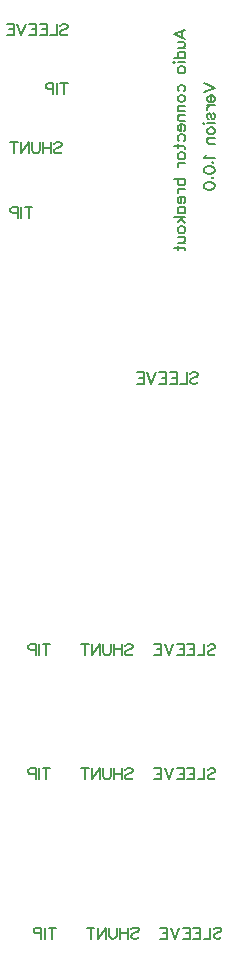
<source format=gbo>
G04 Layer: BottomSilkLayer*
G04 EasyEDA v6.4.25, 2021-12-02T14:12:09+11:00*
G04 a67cddfb3fce44daa9051d46cbbcc19f,10*
G04 Gerber Generator version 0.2*
G04 Scale: 100 percent, Rotated: No, Reflected: No *
G04 Dimensions in millimeters *
G04 leading zeros omitted , absolute positions ,4 integer and 5 decimal *
%FSLAX45Y45*%
%MOMM*%

%ADD16C,0.2032*%

%LPD*%
D16*
X468180Y900910D02*
G01*
X468180Y805454D01*
X499998Y900910D02*
G01*
X436361Y900910D01*
X406361Y900910D02*
G01*
X406361Y805454D01*
X376361Y900910D02*
G01*
X376361Y805454D01*
X376361Y900910D02*
G01*
X335452Y900910D01*
X321818Y896363D01*
X317271Y891819D01*
X312727Y882728D01*
X312727Y869091D01*
X317271Y860000D01*
X321818Y855454D01*
X335452Y850910D01*
X376361Y850910D01*
X1136362Y887272D02*
G01*
X1145453Y896363D01*
X1159090Y900910D01*
X1177272Y900910D01*
X1190909Y896363D01*
X1200000Y887272D01*
X1200000Y878182D01*
X1195453Y869091D01*
X1190909Y864547D01*
X1181818Y860000D01*
X1154546Y850910D01*
X1145453Y846363D01*
X1140909Y841819D01*
X1136362Y832728D01*
X1136362Y819091D01*
X1145453Y810000D01*
X1159090Y805454D01*
X1177272Y805454D01*
X1190909Y810000D01*
X1200000Y819091D01*
X1106363Y900910D02*
G01*
X1106363Y805454D01*
X1042728Y900910D02*
G01*
X1042728Y805454D01*
X1106363Y855454D02*
G01*
X1042728Y855454D01*
X1012728Y900910D02*
G01*
X1012728Y832728D01*
X1008181Y819091D01*
X999091Y810000D01*
X985453Y805454D01*
X976363Y805454D01*
X962728Y810000D01*
X953635Y819091D01*
X949091Y832728D01*
X949091Y900910D01*
X919091Y900910D02*
G01*
X919091Y805454D01*
X919091Y900910D02*
G01*
X855454Y805454D01*
X855454Y900910D02*
G01*
X855454Y805454D01*
X793635Y900910D02*
G01*
X793635Y805454D01*
X825454Y900910D02*
G01*
X761817Y900910D01*
X1836364Y887272D02*
G01*
X1845454Y896363D01*
X1859092Y900910D01*
X1877273Y900910D01*
X1890910Y896363D01*
X1900001Y887272D01*
X1900001Y878182D01*
X1895454Y869091D01*
X1890910Y864547D01*
X1881819Y860000D01*
X1854547Y850910D01*
X1845454Y846363D01*
X1840910Y841819D01*
X1836364Y832728D01*
X1836364Y819091D01*
X1845454Y810000D01*
X1859092Y805454D01*
X1877273Y805454D01*
X1890910Y810000D01*
X1900001Y819091D01*
X1806364Y900910D02*
G01*
X1806364Y805454D01*
X1806364Y805454D02*
G01*
X1751820Y805454D01*
X1721820Y900910D02*
G01*
X1721820Y805454D01*
X1721820Y900910D02*
G01*
X1662729Y900910D01*
X1721820Y855454D02*
G01*
X1685455Y855454D01*
X1721820Y805454D02*
G01*
X1662729Y805454D01*
X1632729Y900910D02*
G01*
X1632729Y805454D01*
X1632729Y900910D02*
G01*
X1573636Y900910D01*
X1632729Y855454D02*
G01*
X1596364Y855454D01*
X1632729Y805454D02*
G01*
X1573636Y805454D01*
X1543636Y900910D02*
G01*
X1507274Y805454D01*
X1470911Y900910D02*
G01*
X1507274Y805454D01*
X1440911Y900910D02*
G01*
X1440911Y805454D01*
X1440911Y900910D02*
G01*
X1381818Y900910D01*
X1440911Y855454D02*
G01*
X1404546Y855454D01*
X1440911Y805454D02*
G01*
X1381818Y805454D01*
X1786361Y2237272D02*
G01*
X1795452Y2246363D01*
X1809089Y2250909D01*
X1827270Y2250909D01*
X1840908Y2246363D01*
X1849998Y2237272D01*
X1849998Y2228181D01*
X1845452Y2219091D01*
X1840908Y2214547D01*
X1831817Y2210000D01*
X1804545Y2200910D01*
X1795452Y2196363D01*
X1790908Y2191819D01*
X1786361Y2182728D01*
X1786361Y2169091D01*
X1795452Y2160000D01*
X1809089Y2155454D01*
X1827270Y2155454D01*
X1840908Y2160000D01*
X1849998Y2169091D01*
X1756361Y2250909D02*
G01*
X1756361Y2155454D01*
X1756361Y2155454D02*
G01*
X1701817Y2155454D01*
X1671817Y2250909D02*
G01*
X1671817Y2155454D01*
X1671817Y2250909D02*
G01*
X1612727Y2250909D01*
X1671817Y2205454D02*
G01*
X1635452Y2205454D01*
X1671817Y2155454D02*
G01*
X1612727Y2155454D01*
X1582727Y2250909D02*
G01*
X1582727Y2155454D01*
X1582727Y2250909D02*
G01*
X1523634Y2250909D01*
X1582727Y2205454D02*
G01*
X1546362Y2205454D01*
X1582727Y2155454D02*
G01*
X1523634Y2155454D01*
X1493634Y2250909D02*
G01*
X1457271Y2155454D01*
X1420909Y2250909D02*
G01*
X1457271Y2155454D01*
X1390909Y2250909D02*
G01*
X1390909Y2155454D01*
X1390909Y2250909D02*
G01*
X1331815Y2250909D01*
X1390909Y2205454D02*
G01*
X1354543Y2205454D01*
X1390909Y2155454D02*
G01*
X1331815Y2155454D01*
X1086360Y2237272D02*
G01*
X1095451Y2246363D01*
X1109088Y2250909D01*
X1127269Y2250909D01*
X1140907Y2246363D01*
X1149997Y2237272D01*
X1149997Y2228181D01*
X1145451Y2219091D01*
X1140907Y2214547D01*
X1131816Y2210000D01*
X1104544Y2200910D01*
X1095451Y2196363D01*
X1090907Y2191819D01*
X1086360Y2182728D01*
X1086360Y2169091D01*
X1095451Y2160000D01*
X1109088Y2155454D01*
X1127269Y2155454D01*
X1140907Y2160000D01*
X1149997Y2169091D01*
X1056360Y2250909D02*
G01*
X1056360Y2155454D01*
X992725Y2250909D02*
G01*
X992725Y2155454D01*
X1056360Y2205454D02*
G01*
X992725Y2205454D01*
X962726Y2250909D02*
G01*
X962726Y2182728D01*
X958179Y2169091D01*
X949088Y2160000D01*
X935451Y2155454D01*
X926360Y2155454D01*
X912726Y2160000D01*
X903632Y2169091D01*
X899088Y2182728D01*
X899088Y2250909D01*
X869088Y2250909D02*
G01*
X869088Y2155454D01*
X869088Y2250909D02*
G01*
X805451Y2155454D01*
X805451Y2250909D02*
G01*
X805451Y2155454D01*
X743633Y2250909D02*
G01*
X743633Y2155454D01*
X775451Y2250909D02*
G01*
X711814Y2250909D01*
X418177Y2250909D02*
G01*
X418177Y2155454D01*
X449996Y2250909D02*
G01*
X386359Y2250909D01*
X356359Y2250909D02*
G01*
X356359Y2155454D01*
X326359Y2250909D02*
G01*
X326359Y2155454D01*
X326359Y2250909D02*
G01*
X285450Y2250909D01*
X271815Y2246363D01*
X267268Y2241819D01*
X262724Y2232728D01*
X262724Y2219091D01*
X267268Y2210000D01*
X271815Y2205454D01*
X285450Y2200910D01*
X326359Y2200910D01*
X1786364Y3287273D02*
G01*
X1795454Y3296363D01*
X1809092Y3300910D01*
X1827273Y3300910D01*
X1840910Y3296363D01*
X1850001Y3287273D01*
X1850001Y3278182D01*
X1845454Y3269091D01*
X1840910Y3264547D01*
X1831820Y3260001D01*
X1804548Y3250910D01*
X1795454Y3246363D01*
X1790910Y3241819D01*
X1786364Y3232729D01*
X1786364Y3219091D01*
X1795454Y3210001D01*
X1809092Y3205454D01*
X1827273Y3205454D01*
X1840910Y3210001D01*
X1850001Y3219091D01*
X1756364Y3300910D02*
G01*
X1756364Y3205454D01*
X1756364Y3205454D02*
G01*
X1701820Y3205454D01*
X1671820Y3300910D02*
G01*
X1671820Y3205454D01*
X1671820Y3300910D02*
G01*
X1612729Y3300910D01*
X1671820Y3255454D02*
G01*
X1635455Y3255454D01*
X1671820Y3205454D02*
G01*
X1612729Y3205454D01*
X1582729Y3300910D02*
G01*
X1582729Y3205454D01*
X1582729Y3300910D02*
G01*
X1523636Y3300910D01*
X1582729Y3255454D02*
G01*
X1546364Y3255454D01*
X1582729Y3205454D02*
G01*
X1523636Y3205454D01*
X1493636Y3300910D02*
G01*
X1457274Y3205454D01*
X1420911Y3300910D02*
G01*
X1457274Y3205454D01*
X1390911Y3300910D02*
G01*
X1390911Y3205454D01*
X1390911Y3300910D02*
G01*
X1331818Y3300910D01*
X1390911Y3255454D02*
G01*
X1354546Y3255454D01*
X1390911Y3205454D02*
G01*
X1331818Y3205454D01*
X1086363Y3287273D02*
G01*
X1095453Y3296363D01*
X1109090Y3300910D01*
X1127272Y3300910D01*
X1140909Y3296363D01*
X1150000Y3287273D01*
X1150000Y3278182D01*
X1145453Y3269091D01*
X1140909Y3264547D01*
X1131818Y3260001D01*
X1104546Y3250910D01*
X1095453Y3246363D01*
X1090909Y3241819D01*
X1086363Y3232729D01*
X1086363Y3219091D01*
X1095453Y3210001D01*
X1109090Y3205454D01*
X1127272Y3205454D01*
X1140909Y3210001D01*
X1150000Y3219091D01*
X1056363Y3300910D02*
G01*
X1056363Y3205454D01*
X992728Y3300910D02*
G01*
X992728Y3205454D01*
X1056363Y3255454D02*
G01*
X992728Y3255454D01*
X962728Y3300910D02*
G01*
X962728Y3232729D01*
X958181Y3219091D01*
X949091Y3210001D01*
X935454Y3205454D01*
X926363Y3205454D01*
X912728Y3210001D01*
X903635Y3219091D01*
X899091Y3232729D01*
X899091Y3300910D01*
X869091Y3300910D02*
G01*
X869091Y3205454D01*
X869091Y3300910D02*
G01*
X805454Y3205454D01*
X805454Y3300910D02*
G01*
X805454Y3205454D01*
X743635Y3300910D02*
G01*
X743635Y3205454D01*
X775454Y3300910D02*
G01*
X711817Y3300910D01*
X418180Y3300910D02*
G01*
X418180Y3205454D01*
X449999Y3300910D02*
G01*
X386361Y3300910D01*
X356362Y3300910D02*
G01*
X356362Y3205454D01*
X326362Y3300910D02*
G01*
X326362Y3205454D01*
X326362Y3300910D02*
G01*
X285452Y3300910D01*
X271818Y3296363D01*
X267271Y3291819D01*
X262727Y3282729D01*
X262727Y3269091D01*
X267271Y3260001D01*
X271818Y3255454D01*
X285452Y3250910D01*
X326362Y3250910D01*
X1636361Y5587271D02*
G01*
X1645452Y5596361D01*
X1659089Y5600908D01*
X1677271Y5600908D01*
X1690908Y5596361D01*
X1699999Y5587271D01*
X1699999Y5578180D01*
X1695452Y5569089D01*
X1690908Y5564545D01*
X1681817Y5559999D01*
X1654545Y5550908D01*
X1645452Y5546361D01*
X1640908Y5541817D01*
X1636361Y5532727D01*
X1636361Y5519089D01*
X1645452Y5509999D01*
X1659089Y5505452D01*
X1677271Y5505452D01*
X1690908Y5509999D01*
X1699999Y5519089D01*
X1606362Y5600908D02*
G01*
X1606362Y5505452D01*
X1606362Y5505452D02*
G01*
X1551818Y5505452D01*
X1521818Y5600908D02*
G01*
X1521818Y5505452D01*
X1521818Y5600908D02*
G01*
X1462727Y5600908D01*
X1521818Y5555452D02*
G01*
X1485452Y5555452D01*
X1521818Y5505452D02*
G01*
X1462727Y5505452D01*
X1432727Y5600908D02*
G01*
X1432727Y5505452D01*
X1432727Y5600908D02*
G01*
X1373634Y5600908D01*
X1432727Y5555452D02*
G01*
X1396362Y5555452D01*
X1432727Y5505452D02*
G01*
X1373634Y5505452D01*
X1343634Y5600908D02*
G01*
X1307271Y5505452D01*
X1270909Y5600908D02*
G01*
X1307271Y5505452D01*
X1240909Y5600908D02*
G01*
X1240909Y5505452D01*
X1240909Y5600908D02*
G01*
X1181816Y5600908D01*
X1240909Y5555452D02*
G01*
X1204544Y5555452D01*
X1240909Y5505452D02*
G01*
X1181816Y5505452D01*
X268180Y7000910D02*
G01*
X268180Y6905454D01*
X299999Y7000910D02*
G01*
X236362Y7000910D01*
X206362Y7000910D02*
G01*
X206362Y6905454D01*
X176362Y7000910D02*
G01*
X176362Y6905454D01*
X176362Y7000910D02*
G01*
X135453Y7000910D01*
X121818Y6996363D01*
X117271Y6991819D01*
X112727Y6982729D01*
X112727Y6969091D01*
X117271Y6960001D01*
X121818Y6955454D01*
X135453Y6950910D01*
X176362Y6950910D01*
X536361Y8537272D02*
G01*
X545452Y8546363D01*
X559089Y8550910D01*
X577270Y8550910D01*
X590908Y8546363D01*
X599998Y8537272D01*
X599998Y8528182D01*
X595452Y8519091D01*
X590908Y8514547D01*
X581817Y8510000D01*
X554545Y8500910D01*
X545452Y8496363D01*
X540908Y8491819D01*
X536361Y8482728D01*
X536361Y8469091D01*
X545452Y8460000D01*
X559089Y8455454D01*
X577270Y8455454D01*
X590908Y8460000D01*
X599998Y8469091D01*
X506361Y8550910D02*
G01*
X506361Y8455454D01*
X506361Y8455454D02*
G01*
X451817Y8455454D01*
X421817Y8550910D02*
G01*
X421817Y8455454D01*
X421817Y8550910D02*
G01*
X362727Y8550910D01*
X421817Y8505454D02*
G01*
X385452Y8505454D01*
X421817Y8455454D02*
G01*
X362727Y8455454D01*
X332727Y8550910D02*
G01*
X332727Y8455454D01*
X332727Y8550910D02*
G01*
X273634Y8550910D01*
X332727Y8505454D02*
G01*
X296362Y8505454D01*
X332727Y8455454D02*
G01*
X273634Y8455454D01*
X243634Y8550910D02*
G01*
X207271Y8455454D01*
X170908Y8550910D02*
G01*
X207271Y8455454D01*
X140909Y8550910D02*
G01*
X140909Y8455454D01*
X140909Y8550910D02*
G01*
X81815Y8550910D01*
X140909Y8505454D02*
G01*
X104543Y8505454D01*
X140909Y8455454D02*
G01*
X81815Y8455454D01*
X486361Y7537272D02*
G01*
X495452Y7546362D01*
X509089Y7550909D01*
X527270Y7550909D01*
X540908Y7546362D01*
X549998Y7537272D01*
X549998Y7528181D01*
X545452Y7519090D01*
X540908Y7514546D01*
X531817Y7510000D01*
X504545Y7500909D01*
X495452Y7496362D01*
X490908Y7491818D01*
X486361Y7482728D01*
X486361Y7469090D01*
X495452Y7460000D01*
X509089Y7455453D01*
X527270Y7455453D01*
X540908Y7460000D01*
X549998Y7469090D01*
X456361Y7550909D02*
G01*
X456361Y7455453D01*
X392727Y7550909D02*
G01*
X392727Y7455453D01*
X456361Y7505453D02*
G01*
X392727Y7505453D01*
X362727Y7550909D02*
G01*
X362727Y7482728D01*
X358180Y7469090D01*
X349089Y7460000D01*
X335452Y7455453D01*
X326362Y7455453D01*
X312727Y7460000D01*
X303634Y7469090D01*
X299090Y7482728D01*
X299090Y7550909D01*
X269090Y7550909D02*
G01*
X269090Y7455453D01*
X269090Y7550909D02*
G01*
X205452Y7455453D01*
X205452Y7550909D02*
G01*
X205452Y7455453D01*
X143634Y7550909D02*
G01*
X143634Y7455453D01*
X175453Y7550909D02*
G01*
X111815Y7550909D01*
X568180Y8050908D02*
G01*
X568180Y7955452D01*
X599998Y8050908D02*
G01*
X536361Y8050908D01*
X506361Y8050908D02*
G01*
X506361Y7955452D01*
X476361Y8050908D02*
G01*
X476361Y7955452D01*
X476361Y8050908D02*
G01*
X435452Y8050908D01*
X421817Y8046361D01*
X417271Y8041817D01*
X412727Y8032727D01*
X412727Y8019089D01*
X417271Y8009999D01*
X421817Y8005452D01*
X435452Y8000908D01*
X476361Y8000908D01*
X1749089Y8049999D02*
G01*
X1844545Y8013636D01*
X1749089Y7977271D02*
G01*
X1844545Y8013636D01*
X1808180Y7947271D02*
G01*
X1808180Y7892727D01*
X1799089Y7892727D01*
X1789998Y7897271D01*
X1785452Y7901818D01*
X1780908Y7910908D01*
X1780908Y7924543D01*
X1785452Y7933636D01*
X1794545Y7942727D01*
X1808180Y7947271D01*
X1817270Y7947271D01*
X1830908Y7942727D01*
X1839998Y7933636D01*
X1844545Y7924543D01*
X1844545Y7910908D01*
X1839998Y7901818D01*
X1830908Y7892727D01*
X1780908Y7862727D02*
G01*
X1844545Y7862727D01*
X1808180Y7862727D02*
G01*
X1794545Y7858180D01*
X1785452Y7849090D01*
X1780908Y7839999D01*
X1780908Y7826362D01*
X1794545Y7746362D02*
G01*
X1785452Y7750909D01*
X1780908Y7764543D01*
X1780908Y7778181D01*
X1785452Y7791818D01*
X1794545Y7796362D01*
X1803636Y7791818D01*
X1808180Y7782727D01*
X1812726Y7759999D01*
X1817270Y7750909D01*
X1826361Y7746362D01*
X1830908Y7746362D01*
X1839998Y7750909D01*
X1844545Y7764543D01*
X1844545Y7778181D01*
X1839998Y7791818D01*
X1830908Y7796362D01*
X1749089Y7716362D02*
G01*
X1753636Y7711818D01*
X1749089Y7707271D01*
X1744543Y7711818D01*
X1749089Y7716362D01*
X1780908Y7711818D02*
G01*
X1844545Y7711818D01*
X1780908Y7654544D02*
G01*
X1785452Y7663634D01*
X1794545Y7672725D01*
X1808180Y7677271D01*
X1817270Y7677271D01*
X1830908Y7672725D01*
X1839998Y7663634D01*
X1844545Y7654544D01*
X1844545Y7640909D01*
X1839998Y7631816D01*
X1830908Y7622725D01*
X1817270Y7618181D01*
X1808180Y7618181D01*
X1794545Y7622725D01*
X1785452Y7631816D01*
X1780908Y7640909D01*
X1780908Y7654544D01*
X1780908Y7588181D02*
G01*
X1844545Y7588181D01*
X1799089Y7588181D02*
G01*
X1785452Y7574544D01*
X1780908Y7565453D01*
X1780908Y7551816D01*
X1785452Y7542725D01*
X1799089Y7538181D01*
X1844545Y7538181D01*
X1767271Y7438181D02*
G01*
X1762726Y7429091D01*
X1749089Y7415453D01*
X1844545Y7415453D01*
X1821817Y7380907D02*
G01*
X1826361Y7385453D01*
X1830908Y7380907D01*
X1826361Y7376363D01*
X1821817Y7380907D01*
X1749089Y7319091D02*
G01*
X1753636Y7332726D01*
X1767271Y7341816D01*
X1789998Y7346363D01*
X1803636Y7346363D01*
X1826361Y7341816D01*
X1839998Y7332726D01*
X1844545Y7319091D01*
X1844545Y7309998D01*
X1839998Y7296363D01*
X1826361Y7287272D01*
X1803636Y7282726D01*
X1789998Y7282726D01*
X1767271Y7287272D01*
X1753636Y7296363D01*
X1749089Y7309998D01*
X1749089Y7319091D01*
X1821817Y7248182D02*
G01*
X1826361Y7252726D01*
X1830908Y7248182D01*
X1826361Y7243635D01*
X1821817Y7248182D01*
X1749089Y7186363D02*
G01*
X1753636Y7199998D01*
X1767271Y7209088D01*
X1789998Y7213635D01*
X1803636Y7213635D01*
X1826361Y7209088D01*
X1839998Y7199998D01*
X1844545Y7186363D01*
X1844545Y7177272D01*
X1839998Y7163635D01*
X1826361Y7154545D01*
X1803636Y7149998D01*
X1789998Y7149998D01*
X1767271Y7154545D01*
X1753636Y7163635D01*
X1749089Y7177272D01*
X1749089Y7186363D01*
X1499090Y8463638D02*
G01*
X1594545Y8500000D01*
X1499090Y8463638D02*
G01*
X1594545Y8427272D01*
X1562727Y8486363D02*
G01*
X1562727Y8440910D01*
X1530908Y8397273D02*
G01*
X1576362Y8397273D01*
X1589999Y8392728D01*
X1594545Y8383638D01*
X1594545Y8370001D01*
X1589999Y8360910D01*
X1576362Y8347273D01*
X1530908Y8347273D02*
G01*
X1594545Y8347273D01*
X1499090Y8262729D02*
G01*
X1594545Y8262729D01*
X1544546Y8262729D02*
G01*
X1535452Y8271819D01*
X1530908Y8280910D01*
X1530908Y8294545D01*
X1535452Y8303635D01*
X1544546Y8312729D01*
X1558180Y8317273D01*
X1567271Y8317273D01*
X1580908Y8312729D01*
X1589999Y8303635D01*
X1594545Y8294545D01*
X1594545Y8280910D01*
X1589999Y8271819D01*
X1580908Y8262729D01*
X1499090Y8232729D02*
G01*
X1503636Y8228182D01*
X1499090Y8223636D01*
X1494543Y8228182D01*
X1499090Y8232729D01*
X1530908Y8228182D02*
G01*
X1594545Y8228182D01*
X1530908Y8170910D02*
G01*
X1535452Y8180001D01*
X1544546Y8189092D01*
X1558180Y8193636D01*
X1567271Y8193636D01*
X1580908Y8189092D01*
X1589999Y8180001D01*
X1594545Y8170910D01*
X1594545Y8157273D01*
X1589999Y8148182D01*
X1580908Y8139092D01*
X1567271Y8134545D01*
X1558180Y8134545D01*
X1544546Y8139092D01*
X1535452Y8148182D01*
X1530908Y8157273D01*
X1530908Y8170910D01*
X1544546Y7980001D02*
G01*
X1535452Y7989092D01*
X1530908Y7998183D01*
X1530908Y8011817D01*
X1535452Y8020911D01*
X1544546Y8030001D01*
X1558180Y8034545D01*
X1567271Y8034545D01*
X1580908Y8030001D01*
X1589999Y8020911D01*
X1594545Y8011817D01*
X1594545Y7998183D01*
X1589999Y7989092D01*
X1580908Y7980001D01*
X1530908Y7927273D02*
G01*
X1535452Y7936364D01*
X1544546Y7945455D01*
X1558180Y7950001D01*
X1567271Y7950001D01*
X1580908Y7945455D01*
X1589999Y7936364D01*
X1594545Y7927273D01*
X1594545Y7913636D01*
X1589999Y7904546D01*
X1580908Y7895455D01*
X1567271Y7890908D01*
X1558180Y7890908D01*
X1544546Y7895455D01*
X1535452Y7904546D01*
X1530908Y7913636D01*
X1530908Y7927273D01*
X1530908Y7860908D02*
G01*
X1594545Y7860908D01*
X1549090Y7860908D02*
G01*
X1535452Y7847274D01*
X1530908Y7838183D01*
X1530908Y7824546D01*
X1535452Y7815455D01*
X1549090Y7810908D01*
X1594545Y7810908D01*
X1530908Y7780909D02*
G01*
X1594545Y7780909D01*
X1549090Y7780909D02*
G01*
X1535452Y7767274D01*
X1530908Y7758183D01*
X1530908Y7744546D01*
X1535452Y7735455D01*
X1549090Y7730909D01*
X1594545Y7730909D01*
X1558180Y7700909D02*
G01*
X1558180Y7646365D01*
X1549090Y7646365D01*
X1539999Y7650909D01*
X1535452Y7655455D01*
X1530908Y7664546D01*
X1530908Y7678183D01*
X1535452Y7687274D01*
X1544546Y7696365D01*
X1558180Y7700909D01*
X1567271Y7700909D01*
X1580908Y7696365D01*
X1589999Y7687274D01*
X1594545Y7678183D01*
X1594545Y7664546D01*
X1589999Y7655455D01*
X1580908Y7646365D01*
X1544546Y7561818D02*
G01*
X1535452Y7570909D01*
X1530908Y7580000D01*
X1530908Y7593637D01*
X1535452Y7602728D01*
X1544546Y7611818D01*
X1558180Y7616365D01*
X1567271Y7616365D01*
X1580908Y7611818D01*
X1589999Y7602728D01*
X1594545Y7593637D01*
X1594545Y7580000D01*
X1589999Y7570909D01*
X1580908Y7561818D01*
X1499090Y7518181D02*
G01*
X1576362Y7518181D01*
X1589999Y7513637D01*
X1594545Y7504546D01*
X1594545Y7495456D01*
X1530908Y7531818D02*
G01*
X1530908Y7500000D01*
X1530908Y7442728D02*
G01*
X1535452Y7451818D01*
X1544546Y7460909D01*
X1558180Y7465456D01*
X1567271Y7465456D01*
X1580908Y7460909D01*
X1589999Y7451818D01*
X1594545Y7442728D01*
X1594545Y7429091D01*
X1589999Y7420000D01*
X1580908Y7410909D01*
X1567271Y7406365D01*
X1558180Y7406365D01*
X1544546Y7410909D01*
X1535452Y7420000D01*
X1530908Y7429091D01*
X1530908Y7442728D01*
X1530908Y7376363D02*
G01*
X1594545Y7376363D01*
X1558180Y7376363D02*
G01*
X1544546Y7371819D01*
X1535452Y7362728D01*
X1530908Y7353637D01*
X1530908Y7340000D01*
X1499090Y7240000D02*
G01*
X1594545Y7240000D01*
X1544546Y7240000D02*
G01*
X1535452Y7230910D01*
X1530908Y7221819D01*
X1530908Y7208182D01*
X1535452Y7199091D01*
X1544546Y7190000D01*
X1558180Y7185454D01*
X1567271Y7185454D01*
X1580908Y7190000D01*
X1589999Y7199091D01*
X1594545Y7208182D01*
X1594545Y7221819D01*
X1589999Y7230910D01*
X1580908Y7240000D01*
X1530908Y7155454D02*
G01*
X1594545Y7155454D01*
X1558180Y7155454D02*
G01*
X1544546Y7150910D01*
X1535452Y7141819D01*
X1530908Y7132728D01*
X1530908Y7119091D01*
X1558180Y7089091D02*
G01*
X1558180Y7034545D01*
X1549090Y7034545D01*
X1539999Y7039091D01*
X1535452Y7043635D01*
X1530908Y7052729D01*
X1530908Y7066363D01*
X1535452Y7075454D01*
X1544546Y7084545D01*
X1558180Y7089091D01*
X1567271Y7089091D01*
X1580908Y7084545D01*
X1589999Y7075454D01*
X1594545Y7066363D01*
X1594545Y7052729D01*
X1589999Y7043635D01*
X1580908Y7034545D01*
X1530908Y6950001D02*
G01*
X1594545Y6950001D01*
X1544546Y6950001D02*
G01*
X1535452Y6959092D01*
X1530908Y6968182D01*
X1530908Y6981819D01*
X1535452Y6990910D01*
X1544546Y7000001D01*
X1558180Y7004545D01*
X1567271Y7004545D01*
X1580908Y7000001D01*
X1589999Y6990910D01*
X1594545Y6981819D01*
X1594545Y6968182D01*
X1589999Y6959092D01*
X1580908Y6950001D01*
X1499090Y6920001D02*
G01*
X1594545Y6920001D01*
X1530908Y6874545D02*
G01*
X1576362Y6920001D01*
X1558180Y6901820D02*
G01*
X1594545Y6870001D01*
X1530908Y6817273D02*
G01*
X1535452Y6826364D01*
X1544546Y6835454D01*
X1558180Y6840001D01*
X1567271Y6840001D01*
X1580908Y6835454D01*
X1589999Y6826364D01*
X1594545Y6817273D01*
X1594545Y6803636D01*
X1589999Y6794545D01*
X1580908Y6785455D01*
X1567271Y6780911D01*
X1558180Y6780911D01*
X1544546Y6785455D01*
X1535452Y6794545D01*
X1530908Y6803636D01*
X1530908Y6817273D01*
X1530908Y6750911D02*
G01*
X1576362Y6750911D01*
X1589999Y6746364D01*
X1594545Y6737273D01*
X1594545Y6723636D01*
X1589999Y6714545D01*
X1576362Y6700908D01*
X1530908Y6700908D02*
G01*
X1594545Y6700908D01*
X1499090Y6657273D02*
G01*
X1576362Y6657273D01*
X1589999Y6652727D01*
X1594545Y6643636D01*
X1594545Y6634546D01*
X1530908Y6670908D02*
G01*
X1530908Y6639092D01*
M02*

</source>
